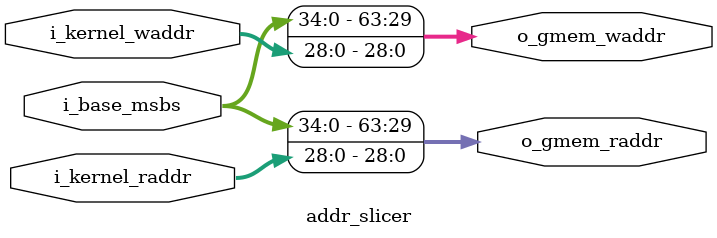
<source format=v>
module addr_slicer #( parameter FULL_ADDR_WIDTH = 64,
    parameter ACCESS_ADDR_WIDTH = 29
) (
    input  wire [FULL_ADDR_WIDTH-ACCESS_ADDR_WIDTH-1:0] i_base_msbs,
    input  wire [FULL_ADDR_WIDTH-1:0] i_kernel_raddr,
    input  wire [FULL_ADDR_WIDTH-1:0] i_kernel_waddr,
    output wire [FULL_ADDR_WIDTH-1:0] o_gmem_raddr,
    output wire [FULL_ADDR_WIDTH-1:0] o_gmem_waddr
);

assign o_gmem_raddr = {i_base_msbs, i_kernel_raddr[ACCESS_ADDR_WIDTH-1:0]};
assign o_gmem_waddr = {i_base_msbs, i_kernel_waddr[ACCESS_ADDR_WIDTH-1:0]};

endmodule

</source>
